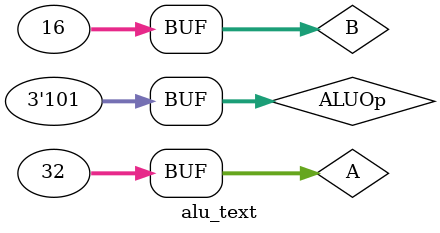
<source format=v>
`timescale 1ns / 1ps


module alu_text;

	// Inputs
	reg [31:0] A;
	reg [31:0] B;
	reg [2:0] ALUOp;

	// Outputs
	wire [31:0] C;

	// Instantiate the Unit Under Test (UUT)
	ALU uut (
		.A(A), 
		.B(B), 
		.ALUOp(ALUOp), 
		.C(C)
	);

	initial begin
		// Initialize Inputs
		A = 32;
		B = 16;
		ALUOp = 3'b000;
		#100;
		ALUOp = 3'b001;
      #100; 
	   ALUOp = 3'b010;
      #100;
		ALUOp = 3'b011;
		#100;
      ALUOp = 3'b100;
      #100;
	   ALUOp = 3'b101;
      #100;
		// Add stimulus here

	end
      
endmodule


</source>
